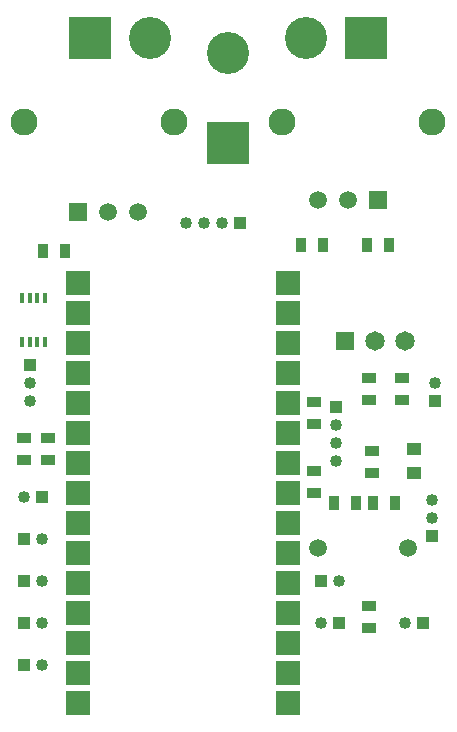
<source format=gbr>
%TF.GenerationSoftware,Altium Limited,Altium Designer,22.5.1 (42)*%
G04 Layer_Color=255*
%FSLAX26Y26*%
%MOIN*%
%TF.SameCoordinates,CF75AC15-3A71-4360-887B-83ED2C6183BC*%
%TF.FilePolarity,Positive*%
%TF.FileFunction,Pads,Top*%
%TF.Part,Single*%
G01*
G75*
%TA.AperFunction,BGAPad,CuDef*%
%ADD10R,0.080000X0.080000*%
%TA.AperFunction,SMDPad,CuDef*%
%ADD11R,0.037402X0.051181*%
%ADD12R,0.051181X0.037402*%
%ADD13R,0.047244X0.043307*%
%TA.AperFunction,ConnectorPad*%
G04:AMPARAMS|DCode=14|XSize=15.748mil|YSize=33.465mil|CornerRadius=1.968mil|HoleSize=0mil|Usage=FLASHONLY|Rotation=180.000|XOffset=0mil|YOffset=0mil|HoleType=Round|Shape=RoundedRectangle|*
%AMROUNDEDRECTD14*
21,1,0.015748,0.029528,0,0,180.0*
21,1,0.011811,0.033465,0,0,180.0*
1,1,0.003937,-0.005906,0.014764*
1,1,0.003937,0.005906,0.014764*
1,1,0.003937,0.005906,-0.014764*
1,1,0.003937,-0.005906,-0.014764*
%
%ADD14ROUNDEDRECTD14*%
%ADD15R,0.037402X0.051181*%
%TA.AperFunction,ComponentPad*%
%ADD18C,0.059055*%
%ADD19R,0.059055X0.059055*%
%ADD20R,0.140000X0.140000*%
%ADD21C,0.140000*%
%ADD22R,0.140000X0.140000*%
%ADD23C,0.040000*%
%ADD24R,0.040000X0.040000*%
%ADD25R,0.040000X0.040000*%
%ADD26C,0.090000*%
%ADD27C,0.064961*%
%ADD28R,0.064961X0.064961*%
D10*
X250000Y1575000D02*
D03*
X950000Y675000D02*
D03*
Y575000D02*
D03*
Y475000D02*
D03*
Y375000D02*
D03*
Y275000D02*
D03*
Y175000D02*
D03*
Y775000D02*
D03*
Y875000D02*
D03*
Y975000D02*
D03*
Y1075000D02*
D03*
Y1175000D02*
D03*
Y1275000D02*
D03*
Y1375000D02*
D03*
Y1475000D02*
D03*
Y1575000D02*
D03*
X250000Y175000D02*
D03*
Y275000D02*
D03*
Y375000D02*
D03*
Y475000D02*
D03*
Y575000D02*
D03*
Y675000D02*
D03*
Y775000D02*
D03*
Y875000D02*
D03*
Y975000D02*
D03*
Y1075000D02*
D03*
Y1175000D02*
D03*
Y1275000D02*
D03*
Y1375000D02*
D03*
Y1475000D02*
D03*
D11*
X993583Y1700000D02*
D03*
X1066417D02*
D03*
X1306417Y840000D02*
D03*
X1233583D02*
D03*
X1176417D02*
D03*
X1103583D02*
D03*
X1213583Y1700000D02*
D03*
X1286417D02*
D03*
D12*
X1035000Y873583D02*
D03*
Y946417D02*
D03*
Y1105000D02*
D03*
Y1177835D02*
D03*
X1220000Y496417D02*
D03*
Y423583D02*
D03*
X1330000Y1256417D02*
D03*
Y1183583D02*
D03*
X1220000Y1256417D02*
D03*
Y1183583D02*
D03*
X1230000Y1012835D02*
D03*
Y940000D02*
D03*
X70000Y1056417D02*
D03*
Y983583D02*
D03*
X150000Y1056417D02*
D03*
Y983583D02*
D03*
D13*
X1370000Y938661D02*
D03*
Y1021339D02*
D03*
D14*
X61614Y1376181D02*
D03*
X87205D02*
D03*
X112795D02*
D03*
X138386D02*
D03*
X61614Y1523819D02*
D03*
X87205D02*
D03*
X112795D02*
D03*
X138386D02*
D03*
D15*
X206417Y1680000D02*
D03*
X133583D02*
D03*
D18*
X450000Y1810000D02*
D03*
X350000D02*
D03*
X1050000Y690000D02*
D03*
X1350000D02*
D03*
X1150000Y1850000D02*
D03*
X1050000D02*
D03*
D19*
X250000Y1810000D02*
D03*
X1250000Y1850000D02*
D03*
D20*
X750000Y2040000D02*
D03*
D21*
Y2340000D02*
D03*
X490000Y2390000D02*
D03*
X1010000D02*
D03*
D22*
X290000D02*
D03*
X1210000D02*
D03*
D23*
X670000Y1772500D02*
D03*
X730000D02*
D03*
X610000D02*
D03*
X1110000Y1040000D02*
D03*
Y1100000D02*
D03*
Y980000D02*
D03*
X90000Y1240000D02*
D03*
Y1180000D02*
D03*
X1430000Y790000D02*
D03*
Y850000D02*
D03*
X1340000Y440000D02*
D03*
X1440000Y1240000D02*
D03*
X70000Y860000D02*
D03*
X1060000Y440000D02*
D03*
X130000Y580000D02*
D03*
Y300000D02*
D03*
X1120000Y580000D02*
D03*
X130000Y720000D02*
D03*
Y440000D02*
D03*
D24*
X790000Y1772500D02*
D03*
X1400000Y440000D02*
D03*
X130000Y860000D02*
D03*
X1120000Y440000D02*
D03*
X70000Y580000D02*
D03*
Y300000D02*
D03*
X1060000Y580000D02*
D03*
X70000Y720000D02*
D03*
Y440000D02*
D03*
D25*
X1110000Y1160000D02*
D03*
X90000Y1300000D02*
D03*
X1430000Y730000D02*
D03*
X1440000Y1180000D02*
D03*
D26*
X570000Y2110000D02*
D03*
X70000D02*
D03*
X930000D02*
D03*
X1430000D02*
D03*
D27*
X1340000Y1380000D02*
D03*
X1240000D02*
D03*
D28*
X1140000D02*
D03*
%TF.MD5,866cfe5ead2a417ea9d776e25299eb9c*%
M02*

</source>
